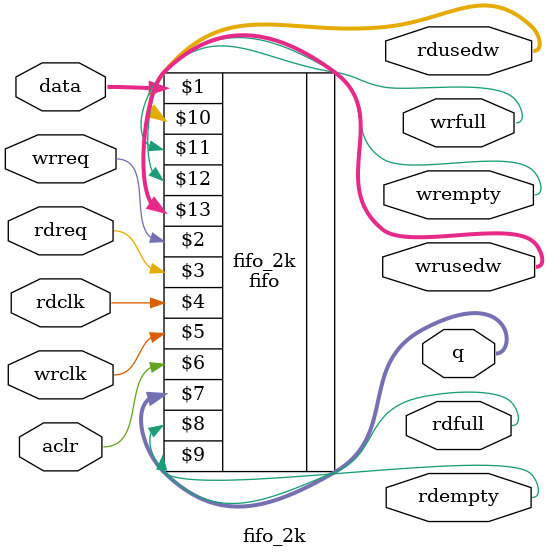
<source format=v>


module fifo_2k
  (  input [15:0] data,
     input 	wrreq,
     input 	rdreq,
     input 	rdclk,
     input 	wrclk,
     input 	aclr,
     output [15:0] q,
     output 	 rdfull,
     output 	 rdempty,
     output [10:0] rdusedw,
     output 	 wrfull,
     output 	 wrempty,
     output [10:0]  wrusedw
     );

fifo #(.width(16),.depth(2048),.addr_bits(11)) fifo_2k 
  ( data, wrreq, rdreq, rdclk, wrclk, aclr, q,
    rdfull, rdempty, rdusedw, wrfull, wrempty, wrusedw);
   
endmodule // fifo_1k
   

</source>
